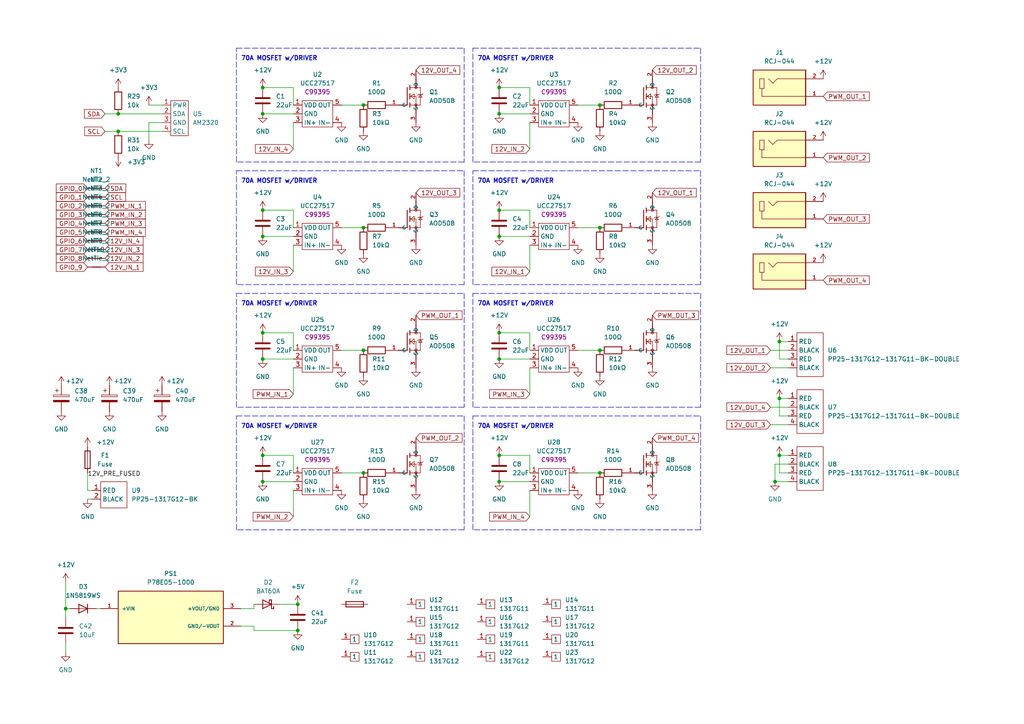
<source format=kicad_sch>
(kicad_sch (version 20211123) (generator eeschema)
  (paper "A4")
  (junction (at 105.41 137.16))
  (junction (at 86.36 175.26))
  (junction (at 76.2 96.52))
  (junction (at 144.78 68.58))
  (junction (at 173.99 30.48))
  (junction (at 76.2 60.96))
  (junction (at 105.41 66.04))
  (junction (at 34.29 33.02))
  (junction (at 76.2 104.14))
  (junction (at 34.29 38.1))
  (junction (at 224.79 139.7))
  (junction (at 226.06 115.57))
  (junction (at 144.78 96.52))
  (junction (at 86.36 182.88))
  (junction (at 76.2 33.02))
  (junction (at 76.2 68.58))
  (junction (at 76.2 132.08))
  (junction (at 19.05 176.53))
  (junction (at 144.78 104.14))
  (junction (at 144.78 60.96))
  (junction (at 226.06 132.08))
  (junction (at 76.2 25.4))
  (junction (at 173.99 137.16))
  (junction (at 226.06 99.06))
  (junction (at 173.99 66.04))
  (junction (at 105.41 30.48))
  (junction (at 144.78 33.02))
  (junction (at 173.99 101.6))
  (junction (at 144.78 132.08))
  (junction (at 76.2 139.7))
  (junction (at 144.78 139.7))
  (junction (at 105.41 101.6))
  (junction (at 144.78 25.4))
  (wire (pts (xy 76.2 139.7) (xy 85.09 139.7)))
  (polyline (pts (xy 203.2 46.99) (xy 137.16 46.99)))
  (wire (pts (xy 105.41 137.16) (xy 99.06 137.16)))
  (wire (pts (xy 20.32 176.53) (xy 19.05 176.53)))
  (wire (pts (xy 76.2 104.14) (xy 85.09 104.14)))
  (wire (pts (xy 19.05 168.91) (xy 19.05 176.53)))
  (wire (pts (xy 226.06 99.06) (xy 228.6 99.06)))
  (wire (pts (xy 173.99 30.48) (xy 167.64 30.48)))
  (wire (pts (xy 153.67 132.08) (xy 144.78 132.08)))
  (wire (pts (xy 30.48 38.1) (xy 34.29 38.1)))
  (wire (pts (xy 223.52 118.11) (xy 228.6 118.11)))
  (wire (pts (xy 76.2 68.58) (xy 85.09 68.58)))
  (polyline (pts (xy 68.58 153.67) (xy 68.58 120.65)))
  (wire (pts (xy 69.85 176.53) (xy 73.66 176.53)))
  (wire (pts (xy 224.79 139.7) (xy 228.6 139.7)))
  (wire (pts (xy 85.09 30.48) (xy 85.09 25.4)))
  (wire (pts (xy 144.78 139.7) (xy 153.67 139.7)))
  (wire (pts (xy 228.6 104.14) (xy 226.06 104.14)))
  (wire (pts (xy 43.18 30.48) (xy 46.99 30.48)))
  (polyline (pts (xy 68.58 46.99) (xy 68.58 13.97)))
  (wire (pts (xy 25.4 144.78) (xy 26.67 144.78)))
  (wire (pts (xy 27.94 176.53) (xy 29.21 176.53)))
  (wire (pts (xy 226.06 104.14) (xy 226.06 99.06)))
  (polyline (pts (xy 203.2 82.55) (xy 137.16 82.55)))
  (polyline (pts (xy 134.62 49.53) (xy 134.62 82.55)))
  (wire (pts (xy 144.78 104.14) (xy 153.67 104.14)))
  (polyline (pts (xy 203.2 49.53) (xy 203.2 82.55)))
  (wire (pts (xy 105.41 101.6) (xy 99.06 101.6)))
  (polyline (pts (xy 134.62 46.99) (xy 68.58 46.99)))
  (wire (pts (xy 85.09 35.56) (xy 85.09 43.18)))
  (wire (pts (xy 173.99 137.16) (xy 167.64 137.16)))
  (wire (pts (xy 43.18 35.56) (xy 43.18 40.64)))
  (polyline (pts (xy 137.16 85.09) (xy 203.2 85.09)))
  (polyline (pts (xy 134.62 120.65) (xy 134.62 153.67)))
  (wire (pts (xy 69.85 181.61) (xy 73.66 181.61)))
  (wire (pts (xy 85.09 101.6) (xy 85.09 96.52)))
  (wire (pts (xy 153.67 66.04) (xy 153.67 60.96)))
  (polyline (pts (xy 203.2 153.67) (xy 137.16 153.67)))
  (wire (pts (xy 223.52 106.68) (xy 228.6 106.68)))
  (wire (pts (xy 144.78 33.02) (xy 153.67 33.02)))
  (wire (pts (xy 223.52 123.19) (xy 228.6 123.19)))
  (wire (pts (xy 85.09 142.24) (xy 85.09 149.86)))
  (wire (pts (xy 223.52 101.6) (xy 228.6 101.6)))
  (wire (pts (xy 228.6 137.16) (xy 226.06 137.16)))
  (wire (pts (xy 226.06 137.16) (xy 226.06 132.08)))
  (wire (pts (xy 173.99 101.6) (xy 167.64 101.6)))
  (polyline (pts (xy 134.62 153.67) (xy 68.58 153.67)))
  (wire (pts (xy 85.09 66.04) (xy 85.09 60.96)))
  (wire (pts (xy 85.09 132.08) (xy 76.2 132.08)))
  (wire (pts (xy 226.06 115.57) (xy 228.6 115.57)))
  (polyline (pts (xy 137.16 120.65) (xy 203.2 120.65)))
  (wire (pts (xy 85.09 60.96) (xy 76.2 60.96)))
  (polyline (pts (xy 68.58 120.65) (xy 134.62 120.65)))
  (polyline (pts (xy 137.16 13.97) (xy 203.2 13.97)))
  (polyline (pts (xy 137.16 118.11) (xy 137.16 85.09)))
  (polyline (pts (xy 68.58 82.55) (xy 68.58 49.53)))
  (wire (pts (xy 85.09 137.16) (xy 85.09 132.08)))
  (wire (pts (xy 153.67 96.52) (xy 144.78 96.52)))
  (wire (pts (xy 85.09 96.52) (xy 76.2 96.52)))
  (polyline (pts (xy 203.2 120.65) (xy 203.2 153.67)))
  (wire (pts (xy 224.79 134.62) (xy 224.79 139.7)))
  (wire (pts (xy 153.67 137.16) (xy 153.67 132.08)))
  (wire (pts (xy 76.2 33.02) (xy 85.09 33.02)))
  (wire (pts (xy 226.06 120.65) (xy 226.06 115.57)))
  (polyline (pts (xy 134.62 118.11) (xy 68.58 118.11)))
  (wire (pts (xy 153.67 106.68) (xy 153.67 114.3)))
  (wire (pts (xy 34.29 38.1) (xy 46.99 38.1)))
  (polyline (pts (xy 68.58 13.97) (xy 134.62 13.97)))
  (wire (pts (xy 25.4 142.24) (xy 26.67 142.24)))
  (wire (pts (xy 19.05 186.69) (xy 19.05 189.23)))
  (polyline (pts (xy 137.16 153.67) (xy 137.16 120.65)))
  (wire (pts (xy 85.09 106.68) (xy 85.09 114.3)))
  (wire (pts (xy 19.05 176.53) (xy 19.05 179.07)))
  (wire (pts (xy 85.09 25.4) (xy 76.2 25.4)))
  (polyline (pts (xy 137.16 82.55) (xy 137.16 49.53)))
  (wire (pts (xy 105.41 66.04) (xy 99.06 66.04)))
  (wire (pts (xy 73.66 182.88) (xy 86.36 182.88)))
  (polyline (pts (xy 137.16 49.53) (xy 203.2 49.53)))
  (polyline (pts (xy 203.2 118.11) (xy 137.16 118.11)))
  (wire (pts (xy 30.48 33.02) (xy 34.29 33.02)))
  (polyline (pts (xy 68.58 49.53) (xy 134.62 49.53)))
  (wire (pts (xy 153.67 142.24) (xy 153.67 149.86)))
  (wire (pts (xy 25.4 137.16) (xy 25.4 142.24)))
  (polyline (pts (xy 68.58 85.09) (xy 134.62 85.09)))
  (wire (pts (xy 34.29 33.02) (xy 46.99 33.02)))
  (polyline (pts (xy 134.62 13.97) (xy 134.62 46.99)))
  (wire (pts (xy 73.66 181.61) (xy 73.66 182.88)))
  (wire (pts (xy 81.28 175.26) (xy 86.36 175.26)))
  (wire (pts (xy 153.67 30.48) (xy 153.67 25.4)))
  (polyline (pts (xy 203.2 85.09) (xy 203.2 118.11)))
  (wire (pts (xy 73.66 176.53) (xy 73.66 175.26)))
  (wire (pts (xy 144.78 68.58) (xy 153.67 68.58)))
  (polyline (pts (xy 134.62 85.09) (xy 134.62 118.11)))
  (wire (pts (xy 105.41 30.48) (xy 99.06 30.48)))
  (wire (pts (xy 228.6 120.65) (xy 226.06 120.65)))
  (wire (pts (xy 173.99 66.04) (xy 167.64 66.04)))
  (wire (pts (xy 228.6 134.62) (xy 224.79 134.62)))
  (wire (pts (xy 153.67 101.6) (xy 153.67 96.52)))
  (wire (pts (xy 153.67 71.12) (xy 153.67 78.74)))
  (wire (pts (xy 153.67 35.56) (xy 153.67 43.18)))
  (polyline (pts (xy 137.16 46.99) (xy 137.16 13.97)))
  (wire (pts (xy 153.67 25.4) (xy 144.78 25.4)))
  (polyline (pts (xy 134.62 82.55) (xy 68.58 82.55)))
  (wire (pts (xy 226.06 132.08) (xy 228.6 132.08)))
  (wire (pts (xy 46.99 35.56) (xy 43.18 35.56)))
  (wire (pts (xy 153.67 60.96) (xy 144.78 60.96)))
  (polyline (pts (xy 68.58 118.11) (xy 68.58 85.09)))
  (polyline (pts (xy 203.2 13.97) (xy 203.2 46.99)))
  (wire (pts (xy 85.09 71.12) (xy 85.09 78.74)))
  (text "70A MOSFET w/DRIVER" (at 69.85 53.34 0) (effects (font (size 1.27 1.27) bold) (justify left bottom)))
  (text "70A MOSFET w/DRIVER" (at 69.85 124.46 0) (effects (font (size 1.27 1.27) bold) (justify left bottom)))
  (text "70A MOSFET w/DRIVER" (at 138.43 17.78 0) (effects (font (size 1.27 1.27) bold) (justify left bottom)))
  (text "70A MOSFET w/DRIVER" (at 138.43 124.46 0) (effects (font (size 1.27 1.27) bold) (justify left bottom)))
  (text "70A MOSFET w/DRIVER" (at 69.85 17.78 0) (effects (font (size 1.27 1.27) bold) (justify left bottom)))
  (text "70A MOSFET w/DRIVER" (at 69.85 88.9 0) (effects (font (size 1.27 1.27) bold) (justify left bottom)))
  (text "70A MOSFET w/DRIVER" (at 138.43 88.9 0) (effects (font (size 1.27 1.27) bold) (justify left bottom)))
  (text "70A MOSFET w/DRIVER" (at 138.43 53.34 0) (effects (font (size 1.27 1.27) bold) (justify left bottom)))
  (label "12V_PRE_FUSED" (at 25.4 138.43 0))
  (global_label "12V_OUT_4" (shape input) (at 120.65 20.32 0) (property "Intersheet References" "${INTERSHEET_REFS}" (effects hide)))
  (global_label "PWM_IN_4" (shape input) (at 153.67 149.86 180) (property "Intersheet References" "${INTERSHEET_REFS}" (effects hide)))
  (global_label "GPIO_2" (shape input) (at 25.4 59.69 180) (property "Intersheet References" "${INTERSHEET_REFS}" (effects hide)))
  (global_label "12V_IN_3" (shape input) (at 30.48 72.39 0) (property "Intersheet References" "${INTERSHEET_REFS}" (effects hide)))
  (global_label "GPIO_3" (shape input) (at 25.4 62.23 180) (property "Intersheet References" "${INTERSHEET_REFS}" (effects hide)))
  (global_label "12V_OUT_2" (shape input) (at 223.52 106.68 180) (property "Intersheet References" "${INTERSHEET_REFS}" (effects hide)))
  (global_label "PWM_IN_3" (shape input) (at 30.48 64.77 0) (property "Intersheet References" "${INTERSHEET_REFS}" (effects hide)))
  (global_label "SCL" (shape input) (at 30.48 57.15 0) (property "Intersheet References" "${INTERSHEET_REFS}" (effects hide)))
  (global_label "12V_OUT_1" (shape input) (at 223.52 101.6 180) (property "Intersheet References" "${INTERSHEET_REFS}" (effects hide)))
  (global_label "PWM_OUT_1" (shape input) (at 120.65 91.44 0) (property "Intersheet References" "${INTERSHEET_REFS}" (effects hide)))
  (global_label "PWM_IN_3" (shape input) (at 153.67 114.3 180) (property "Intersheet References" "${INTERSHEET_REFS}" (effects hide)))
  (global_label "SCL" (shape input) (at 30.48 38.1 180) (property "Intersheet References" "${INTERSHEET_REFS}" (effects hide)))
  (global_label "12V_IN_4" (shape input) (at 30.48 69.85 0) (property "Intersheet References" "${INTERSHEET_REFS}" (effects hide)))
  (global_label "12V_OUT_3" (shape input) (at 223.52 123.19 180) (property "Intersheet References" "${INTERSHEET_REFS}" (effects hide)))
  (global_label "PWM_IN_2" (shape input) (at 85.09 149.86 180) (property "Intersheet References" "${INTERSHEET_REFS}" (effects hide)))
  (global_label "PWM_OUT_1" (shape input) (at 238.76 27.94 0) (property "Intersheet References" "${INTERSHEET_REFS}" (effects hide)))
  (global_label "GPIO_9" (shape input) (at 25.4 77.47 180) (property "Intersheet References" "${INTERSHEET_REFS}" (effects hide)))
  (global_label "GPIO_6" (shape input) (at 25.4 69.85 180) (property "Intersheet References" "${INTERSHEET_REFS}" (effects hide)))
  (global_label "SDA" (shape input) (at 30.48 33.02 180) (property "Intersheet References" "${INTERSHEET_REFS}" (effects hide)))
  (global_label "12V_OUT_1" (shape input) (at 189.23 55.88 0) (property "Intersheet References" "${INTERSHEET_REFS}" (effects hide)))
  (global_label "12V_OUT_3" (shape input) (at 120.65 55.88 0) (property "Intersheet References" "${INTERSHEET_REFS}" (effects hide)))
  (global_label "GPIO_4" (shape input) (at 25.4 64.77 180) (property "Intersheet References" "${INTERSHEET_REFS}" (effects hide)))
  (global_label "12V_IN_1" (shape input) (at 153.67 78.74 180) (property "Intersheet References" "${INTERSHEET_REFS}" (effects hide)))
  (global_label "PWM_OUT_4" (shape input) (at 238.76 81.28 0) (property "Intersheet References" "${INTERSHEET_REFS}" (effects hide)))
  (global_label "12V_IN_2" (shape input) (at 153.67 43.18 180) (property "Intersheet References" "${INTERSHEET_REFS}" (effects hide)))
  (global_label "PWM_IN_4" (shape input) (at 30.48 67.31 0) (property "Intersheet References" "${INTERSHEET_REFS}" (effects hide)))
  (global_label "12V_OUT_4" (shape input) (at 223.52 118.11 180) (property "Intersheet References" "${INTERSHEET_REFS}" (effects hide)))
  (global_label "12V_IN_3" (shape input) (at 85.09 78.74 180) (property "Intersheet References" "${INTERSHEET_REFS}" (effects hide)))
  (global_label "GPIO_1" (shape input) (at 25.4 57.15 180) (property "Intersheet References" "${INTERSHEET_REFS}" (effects hide)))
  (global_label "PWM_IN_1" (shape input) (at 85.09 114.3 180) (property "Intersheet References" "${INTERSHEET_REFS}" (effects hide)))
  (global_label "GPIO_5" (shape input) (at 25.4 67.31 180) (property "Intersheet References" "${INTERSHEET_REFS}" (effects hide)))
  (global_label "GPIO_7" (shape input) (at 25.4 72.39 180) (property "Intersheet References" "${INTERSHEET_REFS}" (effects hide)))
  (global_label "12V_IN_2" (shape input) (at 30.48 74.93 0) (property "Intersheet References" "${INTERSHEET_REFS}" (effects hide)))
  (global_label "GPIO_8" (shape input) (at 25.4 74.93 180) (property "Intersheet References" "${INTERSHEET_REFS}" (effects hide)))
  (global_label "GPIO_0" (shape input) (at 25.4 54.61 180) (property "Intersheet References" "${INTERSHEET_REFS}" (effects hide)))
  (global_label "PWM_IN_1" (shape input) (at 30.48 59.69 0) (property "Intersheet References" "${INTERSHEET_REFS}" (effects hide)))
  (global_label "PWM_IN_2" (shape input) (at 30.48 62.23 0) (property "Intersheet References" "${INTERSHEET_REFS}" (effects hide)))
  (global_label "PWM_OUT_3" (shape input) (at 189.23 91.44 0) (property "Intersheet References" "${INTERSHEET_REFS}" (effects hide)))
  (global_label "PWM_OUT_3" (shape input) (at 238.76 63.5 0) (property "Intersheet References" "${INTERSHEET_REFS}" (effects hide)))
  (global_label "12V_IN_4" (shape input) (at 85.09 43.18 180) (property "Intersheet References" "${INTERSHEET_REFS}" (effects hide)))
  (global_label "PWM_OUT_2" (shape input) (at 238.76 45.72 0) (property "Intersheet References" "${INTERSHEET_REFS}" (effects hide)))
  (global_label "SDA" (shape input) (at 30.48 54.61 0) (property "Intersheet References" "${INTERSHEET_REFS}" (effects hide)))
  (global_label "PWM_OUT_4" (shape input) (at 189.23 127 0) (property "Intersheet References" "${INTERSHEET_REFS}" (effects hide)))
  (global_label "12V_OUT_2" (shape input) (at 189.23 20.32 0) (property "Intersheet References" "${INTERSHEET_REFS}" (effects hide)))
  (global_label "12V_IN_1" (shape input) (at 30.48 77.47 0) (property "Intersheet References" "${INTERSHEET_REFS}" (effects hide)))
  (global_label "PWM_OUT_2" (shape input) (at 120.65 127 0) (property "Intersheet References" "${INTERSHEET_REFS}" (effects hide)))
  (symbol (lib_id "power:GND") (at 189.23 142.24 0) (unit 1)
    (property "Reference" "#PWR0147" (effects hide))
    (property "Value" "GND" (at 189.23 147.32 0))
  )
  (symbol (lib_id "01-rickbassham:UCC27517") (at 156.21 60.96 0) (unit 1)
    (property "Reference" "U24" (at 160.655 57.15 0))
    (property "Value" "UCC27517" (at 160.655 59.69 0))
    (property "Footprint" "Package_TO_SOT_SMD:SOT-23-5" (effects hide))
    (property "LCSC" "C99395" (at 160.655 62.23 0))
  )
  (symbol (lib_id "Device:R") (at 177.8 66.04 90) (unit 1)
    (property "Reference" "R6" (at 177.8 59.69 90))
    (property "Value" "100Ω" (at 177.8 62.23 90))
    (property "Footprint" "Resistor_SMD:R_0603_1608Metric" (effects hide))
    (property "LCSC" "C105588" (effects hide))
  )
  (symbol (lib_id "power:GND") (at 31.75 119.38 0) (unit 1)
    (property "Reference" "#PWR074" (effects hide))
    (property "Value" "GND" (at 31.75 124.46 0))
  )
  (symbol (lib_name "1317G12_1") (lib_id "01-rickbassham:1317G12") (at 99.06 186.69 0) (unit 1) (on_board no)
    (property "Reference" "U11" (at 105.41 189.2299 0) (effects (justify left)))
    (property "Value" "1317G12" (at 105.41 191.7699 0) (effects (justify left)))
    (property "Datasheet" "https://www.mouser.com/datasheet/2/22/DS_PP1545-1664114.pdf" (effects hide))
    (property "Mouser Part" "879-1317G12-BK" (effects hide))
    (property "Manufacturer Part" "1317G12-BK" (effects hide))
    (property "PurchaseLink" "https://www.mouser.com/ProductDetail/879-1317G12-BK" (effects hide))
  )
  (symbol (lib_id "Device:C") (at 144.78 29.21 0) (unit 1)
    (property "Reference" "C2" (at 148.59 27.9399 0) (effects (justify left)))
    (property "Value" "22uF" (at 148.59 30.4799 0) (effects (justify left)))
    (property "Footprint" "Capacitor_SMD:C_0603_1608Metric" (effects hide))
    (property "LCSC" "C268016" (effects hide))
  )
  (symbol (lib_id "01-rickbassham:NCE6080K") (at 118.11 63.5 0) (unit 1)
    (property "Reference" "Q3" (at 124.46 62.2299 0) (effects (justify left)))
    (property "Value" "AOD508" (at 124.46 64.7699 0) (effects (justify left)))
    (property "Footprint" "Package_TO_SOT_SMD:TO-252-2" (effects hide))
    (property "LCSC" "C80964" (effects hide))
  )
  (symbol (lib_id "power:GND") (at 105.41 109.22 0) (unit 1)
    (property "Reference" "#PWR0130" (effects hide))
    (property "Value" "GND" (at 105.41 114.3 0))
  )
  (symbol (lib_id "power:+5V") (at 86.36 175.26 0) (unit 1)
    (property "Reference" "#PWR0107" (effects hide))
    (property "Value" "+5V" (at 86.36 170.18 0))
  )
  (symbol (lib_id "power:+12V") (at 238.76 22.86 0) (unit 1)
    (property "Reference" "#PWR0141" (effects hide))
    (property "Value" "+12V" (at 238.76 17.78 0))
  )
  (symbol (lib_id "power:GND") (at 19.05 189.23 0) (unit 1)
    (property "Reference" "#PWR0104" (effects hide))
    (property "Value" "GND" (at 19.05 194.31 0))
  )
  (symbol (lib_name "1317G12_3") (lib_id "01-rickbassham:1317G12") (at 157.48 186.69 0) (unit 1) (on_board no)
    (property "Reference" "U23" (at 163.83 189.2299 0) (effects (justify left)))
    (property "Value" "1317G12" (at 163.83 191.7699 0) (effects (justify left)))
    (property "Datasheet" "https://www.mouser.com/datasheet/2/22/DS_PP1545-1664114.pdf" (effects hide))
    (property "Mouser Part" "879-1317G12-BK" (effects hide))
    (property "Manufacturer Part" "1317G12-BK" (effects hide))
    (property "PurchaseLink" "https://www.mouser.com/ProductDetail/879-1317G12-BK" (effects hide))
  )
  (symbol (lib_id "power:GND") (at 167.64 142.24 0) (unit 1)
    (property "Reference" "#PWR0121" (effects hide))
    (property "Value" "GND" (at 167.64 147.32 0))
  )
  (symbol (lib_id "Device:Fuse") (at 102.87 175.26 90) (unit 1) (on_board no)
    (property "Reference" "F2" (at 102.87 168.91 90))
    (property "Value" "Fuse" (at 102.87 171.45 90))
    (property "Datasheet" "https://www.littelfuse.com/~/media/automotive/datasheets/fuses/passenger-car-and-commercial-vehicle/blade-fuses/littelfuse_atof_datasheet.pdf" (effects hide))
    (property "DigiKey Part" "F4200-ND" (effects hide))
    (property "Manufacturer Part" "0287015.PXCN" (effects hide))
    (property "PurchaseLink" "https://www.digikey.com/en/products/detail/littelfuse-inc/0287015-PXCN/2519816" (effects hide))
  )
  (symbol (lib_id "power:GND") (at 173.99 144.78 0) (unit 1)
    (property "Reference" "#PWR0148" (effects hide))
    (property "Value" "GND" (at 173.99 149.86 0))
  )
  (symbol (lib_id "power:GND") (at 76.2 68.58 0) (unit 1)
    (property "Reference" "#PWR0118" (effects hide))
    (property "Value" "GND" (at 76.2 73.66 0))
  )
  (symbol (lib_id "Device:NetTie_2") (at 27.94 62.23 0) (unit 1)
    (property "Reference" "NT4" (at 27.94 57.15 0))
    (property "Value" "NetTie_2" (at 27.94 59.69 0))
    (property "Footprint" "NetTie:NetTie-2_SMD_Pad0.5mm" (effects hide))
  )
  (symbol (lib_id "w5100s-evb-pico:RCJ-044") (at 226.06 25.4 0) (unit 1)
    (property "Reference" "J1" (at 226.06 15.24 0))
    (property "Value" "RCJ-044" (at 226.06 17.78 0))
    (property "Footprint" "01-rickbassham:CUI_RCJ-044" (effects hide))
    (property "Datasheet" "https://www.cuidevices.com/product/resource/rcj-04x.pdf" (effects hide))
    (property "DigiKey Part" "CP-1421-ND" (effects hide))
    (property "Manufacturer Part" "RCJ-044" (effects hide))
    (property "PurchaseLink" "https://www.digikey.com/en/products/detail/cui-devices/RCJ-044/408508" (effects hide))
  )
  (symbol (lib_id "power:+12V") (at 17.78 111.76 0) (unit 1)
    (property "Reference" "#PWR070" (effects hide))
    (property "Value" "+12V" (at 21.59 110.49 0))
  )
  (symbol (lib_name "1317G12_5") (lib_id "01-rickbassham:1317G12") (at 138.43 176.53 0) (unit 1) (on_board no)
    (property "Reference" "U16" (at 144.78 179.0699 0) (effects (justify left)))
    (property "Value" "1317G12" (at 144.78 181.6099 0) (effects (justify left)))
    (property "Datasheet" "https://www.mouser.com/datasheet/2/22/DS_PP1545-1664114.pdf" (effects hide))
    (property "Mouser Part" "879-1317G12-BK" (effects hide))
    (property "Manufacturer Part" "1317G12-BK" (effects hide))
    (property "PurchaseLink" "https://www.mouser.com/ProductDetail/879-1317G12-BK" (effects hide))
  )
  (symbol (lib_id "Device:R") (at 109.22 137.16 90) (unit 1)
    (property "Reference" "R13" (at 109.22 130.81 90))
    (property "Value" "100Ω" (at 109.22 133.35 90))
    (property "Footprint" "Resistor_SMD:R_0603_1608Metric" (effects hide))
    (property "LCSC" "C105588" (effects hide))
  )
  (symbol (lib_id "Device:R") (at 177.8 137.16 90) (unit 1)
    (property "Reference" "R14" (at 177.8 130.81 90))
    (property "Value" "100Ω" (at 177.8 133.35 90))
    (property "Footprint" "Resistor_SMD:R_0603_1608Metric" (effects hide))
    (property "LCSC" "C105588" (effects hide))
  )
  (symbol (lib_id "01-rickbassham:UCC27517") (at 156.21 96.52 0) (unit 1)
    (property "Reference" "U26" (at 160.655 92.71 0))
    (property "Value" "UCC27517" (at 160.655 95.25 0))
    (property "Footprint" "Package_TO_SOT_SMD:SOT-23-5" (effects hide))
    (property "LCSC" "C99395" (at 160.655 97.79 0))
  )
  (symbol (lib_id "w5100s-evb-pico:RCJ-044") (at 226.06 43.18 0) (unit 1)
    (property "Reference" "J2" (at 226.06 33.02 0))
    (property "Value" "RCJ-044" (at 226.06 35.56 0))
    (property "Footprint" "01-rickbassham:CUI_RCJ-044" (effects hide))
    (property "Datasheet" "https://www.cuidevices.com/product/resource/rcj-04x.pdf" (effects hide))
    (property "DigiKey Part" "CP-1421-ND" (effects hide))
    (property "Manufacturer Part" "RCJ-044" (effects hide))
    (property "PurchaseLink" "https://www.digikey.com/en/products/detail/cui-devices/RCJ-044/408508" (effects hide))
  )
  (symbol (lib_id "power:GND") (at 173.99 38.1 0) (unit 1)
    (property "Reference" "#PWR0154" (effects hide))
    (property "Value" "GND" (at 173.99 43.18 0))
  )
  (symbol (lib_id "Device:C") (at 76.2 135.89 0) (unit 1)
    (property "Reference" "C7" (at 80.01 134.6199 0) (effects (justify left)))
    (property "Value" "22uF" (at 80.01 137.1599 0) (effects (justify left)))
    (property "Footprint" "Capacitor_SMD:C_0603_1608Metric" (effects hide))
    (property "LCSC" "C268016" (effects hide))
  )
  (symbol (lib_name "1317G11_2") (lib_id "01-rickbassham:1317G11") (at 157.48 171.45 0) (unit 1) (on_board no)
    (property "Reference" "U14" (at 163.83 173.9899 0) (effects (justify left)))
    (property "Value" "1317G11" (at 163.83 176.5299 0) (effects (justify left)))
    (property "Datasheet" "https://www.mouser.com/datasheet/2/22/DS_PP1545-1664114.pdf" (effects hide))
    (property "Mouser Part" "879-1317G11-BK" (effects hide))
    (property "Manufacturer Part" "1317G11-BK" (effects hide))
    (property "PurchaseLink" "https://www.mouser.com/ProductDetail/879-1317G11-BK" (effects hide))
  )
  (symbol (lib_id "Device:NetTie_2") (at 27.94 67.31 0) (unit 1)
    (property "Reference" "NT6" (at 27.94 62.23 0))
    (property "Value" "NetTie_2" (at 27.94 64.77 0))
    (property "Footprint" "NetTie:NetTie-2_SMD_Pad0.5mm" (effects hide))
  )
  (symbol (lib_id "Device:R") (at 177.8 101.6 90) (unit 1)
    (property "Reference" "R10" (at 177.8 95.25 90))
    (property "Value" "100Ω" (at 177.8 97.79 90))
    (property "Footprint" "Resistor_SMD:R_0603_1608Metric" (effects hide))
    (property "LCSC" "C105588" (effects hide))
  )
  (symbol (lib_id "Device:C") (at 144.78 135.89 0) (unit 1)
    (property "Reference" "C8" (at 148.59 134.6199 0) (effects (justify left)))
    (property "Value" "22uF" (at 148.59 137.1599 0) (effects (justify left)))
    (property "Footprint" "Capacitor_SMD:C_0603_1608Metric" (effects hide))
    (property "LCSC" "C268016" (effects hide))
  )
  (symbol (lib_id "power:GND") (at 105.41 73.66 0) (unit 1)
    (property "Reference" "#PWR0115" (effects hide))
    (property "Value" "GND" (at 105.41 78.74 0))
  )
  (symbol (lib_id "power:GND") (at 167.64 71.12 0) (unit 1)
    (property "Reference" "#PWR0144" (effects hide))
    (property "Value" "GND" (at 167.64 76.2 0))
  )
  (symbol (lib_id "Device:R") (at 109.22 30.48 90) (unit 1)
    (property "Reference" "R1" (at 109.22 24.13 90))
    (property "Value" "100Ω" (at 109.22 26.67 90))
    (property "Footprint" "Resistor_SMD:R_0603_1608Metric" (effects hide))
    (property "LCSC" "C105588" (effects hide))
  )
  (symbol (lib_id "power:+12V") (at 226.06 99.06 0) (unit 1)
    (property "Reference" "#PWR076" (effects hide))
    (property "Value" "+12V" (at 226.06 93.98 0))
  )
  (symbol (lib_id "01-rickbassham:UCC27517") (at 87.63 25.4 0) (unit 1)
    (property "Reference" "U2" (at 92.075 21.59 0))
    (property "Value" "UCC27517" (at 92.075 24.13 0))
    (property "Footprint" "Package_TO_SOT_SMD:SOT-23-5" (effects hide))
    (property "LCSC" "C99395" (at 92.075 26.67 0))
  )
  (symbol (lib_name "1317G11_6") (lib_id "01-rickbassham:1317G11") (at 118.11 171.45 0) (unit 1) (on_board no)
    (property "Reference" "U12" (at 124.46 173.9899 0) (effects (justify left)))
    (property "Value" "1317G11" (at 124.46 176.5299 0) (effects (justify left)))
    (property "Datasheet" "https://www.mouser.com/datasheet/2/22/DS_PP1545-1664114.pdf" (effects hide))
    (property "Mouser Part" "879-1317G11-BK" (effects hide))
    (property "Manufacturer Part" "1317G11-BK" (effects hide))
    (property "PurchaseLink" "https://www.mouser.com/ProductDetail/879-1317G11-BK" (effects hide))
  )
  (symbol (lib_id "Device:C") (at 76.2 29.21 0) (unit 1)
    (property "Reference" "C1" (at 80.01 27.9399 0) (effects (justify left)))
    (property "Value" "22uF" (at 80.01 30.4799 0) (effects (justify left)))
    (property "Footprint" "Capacitor_SMD:C_0603_1608Metric" (effects hide))
    (property "LCSC" "C268016" (effects hide))
  )
  (symbol (lib_id "Device:R") (at 105.41 34.29 180) (unit 1)
    (property "Reference" "R3" (at 107.95 33.0199 0) (effects (justify right)))
    (property "Value" "10kΩ" (at 107.95 35.5599 0) (effects (justify right)))
    (property "Footprint" "Resistor_SMD:R_0603_1608Metric" (effects hide))
    (property "LCSC" "C116677" (effects hide))
  )
  (symbol (lib_id "power:+12V") (at 144.78 132.08 0) (unit 1)
    (property "Reference" "#PWR0124" (effects hide))
    (property "Value" "+12V" (at 144.78 127 0))
  )
  (symbol (lib_id "Device:R") (at 173.99 105.41 180) (unit 1)
    (property "Reference" "R12" (at 176.53 104.1399 0) (effects (justify right)))
    (property "Value" "10kΩ" (at 176.53 106.6799 0) (effects (justify right)))
    (property "Footprint" "Resistor_SMD:R_0603_1608Metric" (effects hide))
    (property "LCSC" "C116677" (effects hide))
  )
  (symbol (lib_id "Device:C") (at 144.78 100.33 0) (unit 1)
    (property "Reference" "C6" (at 148.59 99.0599 0) (effects (justify left)))
    (property "Value" "22uF" (at 148.59 101.5999 0) (effects (justify left)))
    (property "Footprint" "Capacitor_SMD:C_0603_1608Metric" (effects hide))
    (property "LCSC" "C268016" (effects hide))
  )
  (symbol (lib_id "Device:NetTie_2") (at 27.94 77.47 0) (unit 1)
    (property "Reference" "NT10" (at 27.94 72.39 0))
    (property "Value" "NetTie_2" (at 27.94 74.93 0))
    (property "Footprint" "NetTie:NetTie-2_SMD_Pad0.5mm" (effects hide))
  )
  (symbol (lib_id "power:GND") (at 173.99 73.66 0) (unit 1)
    (property "Reference" "#PWR0143" (effects hide))
    (property "Value" "GND" (at 173.99 78.74 0))
  )
  (symbol (lib_id "power:GND") (at 120.65 35.56 0) (unit 1)
    (property "Reference" "#PWR0133" (effects hide))
    (property "Value" "GND" (at 120.65 40.64 0))
  )
  (symbol (lib_id "Device:R") (at 177.8 30.48 90) (unit 1)
    (property "Reference" "R2" (at 177.8 24.13 90))
    (property "Value" "100Ω" (at 177.8 26.67 90))
    (property "Footprint" "Resistor_SMD:R_0603_1608Metric" (effects hide))
    (property "LCSC" "C105588" (effects hide))
  )
  (symbol (lib_id "power:+12V") (at 25.4 129.54 0) (unit 1)
    (property "Reference" "#PWR084" (effects hide))
    (property "Value" "+12V" (at 27.94 128.2699 0) (effects (justify left)))
  )
  (symbol (lib_name "1317G12_2") (lib_id "01-rickbassham:1317G12") (at 157.48 176.53 0) (unit 1) (on_board no)
    (property "Reference" "U17" (at 163.83 179.0699 0) (effects (justify left)))
    (property "Value" "1317G12" (at 163.83 181.6099 0) (effects (justify left)))
    (property "Datasheet" "https://www.mouser.com/datasheet/2/22/DS_PP1545-1664114.pdf" (effects hide))
    (property "Mouser Part" "879-1317G12-BK" (effects hide))
    (property "Manufacturer Part" "1317G12-BK" (effects hide))
    (property "PurchaseLink" "https://www.mouser.com/ProductDetail/879-1317G12-BK" (effects hide))
  )
  (symbol (lib_id "01-rickbassham:UCC27517") (at 156.21 132.08 0) (unit 1)
    (property "Reference" "U28" (at 160.655 128.27 0))
    (property "Value" "UCC27517" (at 160.655 130.81 0))
    (property "Footprint" "Package_TO_SOT_SMD:SOT-23-5" (effects hide))
    (property "LCSC" "C99395" (at 160.655 133.35 0))
  )
  (symbol (lib_id "Device:C_Polarized") (at 31.75 115.57 0) (unit 1)
    (property "Reference" "C39" (at 35.56 113.4109 0) (effects (justify left)))
    (property "Value" "470uF" (at 35.56 115.9509 0) (effects (justify left)))
    (property "Footprint" "Capacitor_SMD:CP_Elec_6.3x7.7" (effects hide))
    (property "DigiKey Part" "732-8831-1-ND" (effects hide))
    (property "Manufacturer Part" "860020474014" (effects hide))
    (property "PurchaseLink" "https://www.digikey.com/en/products/detail/w%C3%BCrth-elektronik/860020474014/5727068" (effects hide))
    (property "LCSC" "C114446" (effects hide))
  )
  (symbol (lib_id "power:GND") (at 99.06 71.12 0) (unit 1)
    (property "Reference" "#PWR0116" (effects hide))
    (property "Value" "GND" (at 99.06 76.2 0))
  )
  (symbol (lib_id "power:+3.3V") (at 34.29 25.4 0) (unit 1)
    (property "Reference" "#PWR0101" (effects hide))
    (property "Value" "+3.3V" (at 34.29 20.32 0))
  )
  (symbol (lib_id "power:GND") (at 144.78 139.7 0) (unit 1)
    (property "Reference" "#PWR0122" (effects hide))
    (property "Value" "GND" (at 144.78 144.78 0))
  )
  (symbol (lib_id "Device:C") (at 19.05 182.88 0) (unit 1)
    (property "Reference" "C42" (at 22.86 181.6099 0) (effects (justify left)))
    (property "Value" "10uF" (at 22.86 184.1499 0) (effects (justify left)))
    (property "Footprint" "Capacitor_SMD:C_0603_1608Metric" (effects hide))
    (property "DigiKey Part" "445-173297-1-ND" (effects hide))
    (property "Manufacturer Part" "FG20X7R1H106KRT06" (effects hide))
    (property "PurchaseLink" "https://www.digikey.com/en/products/detail/tdk-corporation/FG20X7R1H106KRT06/5802911" (effects hide))
    (property "LCSC" "C96446" (effects hide))
  )
  (symbol (lib_id "01-rickbassham:1317G11") (at 118.11 181.61 0) (unit 1) (on_board no)
    (property "Reference" "U18" (at 124.46 184.1499 0) (effects (justify left)))
    (property "Value" "1317G11" (at 124.46 186.6899 0) (effects (justify left)))
    (property "Datasheet" "https://www.mouser.com/datasheet/2/22/DS_PP1545-1664114.pdf" (effects hide))
    (property "Mouser Part" "879-1317G11-BK" (effects hide))
    (property "Manufacturer Part" "1317G11-BK" (effects hide))
    (property "PurchaseLink" "https://www.mouser.com/ProductDetail/879-1317G11-BK" (effects hide))
  )
  (symbol (lib_id "power:GND") (at 189.23 106.68 0) (unit 1)
    (property "Reference" "#PWR0149" (effects hide))
    (property "Value" "GND" (at 189.23 111.76 0))
  )
  (symbol (lib_id "Device:NetTie_2") (at 27.94 54.61 0) (unit 1)
    (property "Reference" "NT1" (at 27.94 49.53 0))
    (property "Value" "NetTie_2" (at 27.94 52.07 0))
    (property "Footprint" "NetTie:NetTie-2_SMD_Pad0.5mm" (effects hide))
  )
  (symbol (lib_id "Device:R") (at 173.99 140.97 180) (unit 1)
    (property "Reference" "R16" (at 176.53 139.6999 0) (effects (justify right)))
    (property "Value" "10kΩ" (at 176.53 142.2399 0) (effects (justify right)))
    (property "Footprint" "Resistor_SMD:R_0603_1608Metric" (effects hide))
    (property "LCSC" "C116677" (effects hide))
  )
  (symbol (lib_id "power:GND") (at 25.4 144.78 0) (unit 1)
    (property "Reference" "#PWR088" (effects hide))
    (property "Value" "GND" (at 25.4 149.86 0))
  )
  (symbol (lib_id "power:GND") (at 76.2 104.14 0) (unit 1)
    (property "Reference" "#PWR0117" (effects hide))
    (property "Value" "GND" (at 76.2 109.22 0))
  )
  (symbol (lib_id "01-rickbassham:PP25-1317G12-BK") (at 31.75 138.43 0) (unit 1) (in_bom no)
    (property "Reference" "U9" (at 38.1 142.2399 0) (effects (justify left)))
    (property "Value" "PP25-1317G12-BK" (at 38.1 144.7799 0) (effects (justify left)))
    (property "Footprint" "01-rickbassham:PP25-1317G12-BK" (effects hide))
  )
  (symbol (lib_id "power:+12V") (at 76.2 25.4 0) (unit 1)
    (property "Reference" "#PWR0134" (effects hide))
    (property "Value" "+12V" (at 76.2 20.32 0))
  )
  (symbol (lib_id "power:GND") (at 76.2 33.02 0) (unit 1)
    (property "Reference" "#PWR0137" (effects hide))
    (property "Value" "GND" (at 76.2 38.1 0))
  )
  (symbol (lib_id "w5100s-evb-pico:RCJ-044") (at 226.06 60.96 0) (unit 1)
    (property "Reference" "J3" (at 226.06 50.8 0))
    (property "Value" "RCJ-044" (at 226.06 53.34 0))
    (property "Footprint" "01-rickbassham:CUI_RCJ-044" (effects hide))
    (property "Datasheet" "https://www.cuidevices.com/product/resource/rcj-04x.pdf" (effects hide))
    (property "DigiKey Part" "CP-1421-ND" (effects hide))
    (property "Manufacturer Part" "RCJ-044" (effects hide))
    (property "PurchaseLink" "https://www.digikey.com/en/products/detail/cui-devices/RCJ-044/408508" (effects hide))
  )
  (symbol (lib_id "power:GND") (at 120.65 142.24 0) (unit 1)
    (property "Reference" "#PWR0123" (effects hide))
    (property "Value" "GND" (at 120.65 147.32 0))
  )
  (symbol (lib_id "power:GND") (at 105.41 144.78 0) (unit 1)
    (property "Reference" "#PWR0113" (effects hide))
    (property "Value" "GND" (at 105.41 149.86 0))
  )
  (symbol (lib_id "power:GND") (at 167.64 106.68 0) (unit 1)
    (property "Reference" "#PWR0127" (effects hide))
    (property "Value" "GND" (at 167.64 111.76 0))
  )
  (symbol (lib_id "Device:D_Schottky") (at 77.47 175.26 180) (unit 1)
    (property "Reference" "D2" (at 77.7875 168.91 0))
    (property "Value" "BAT60A" (at 77.7875 171.45 0))
    (property "Footprint" "Diode_SMD:D_SOD-323" (effects hide))
    (property "Manufacturer PN" "BAT60AE6327HTSA1" (effects hide))
    (property "LCSC" "C520634" (effects hide))
  )
  (symbol (lib_id "01-rickbassham:PP25-1317G12-1317G11-BK-DOUBLE") (at 233.68 95.25 0) (unit 1) (in_bom no)
    (property "Reference" "U6" (at 240.03 101.5999 0) (effects (justify left)))
    (property "Value" "PP25-1317G12-1317G11-BK-DOUBLE" (at 240.03 104.1399 0) (effects (justify left)))
    (property "Footprint" "01-rickbassham:PP25-1317G12-1317G11-BK-DOUBLE" (effects hide))
  )
  (symbol (lib_id "01-rickbassham:UCC27517") (at 87.63 60.96 0) (unit 1)
    (property "Reference" "U4" (at 92.075 57.15 0))
    (property "Value" "UCC27517" (at 92.075 59.69 0))
    (property "Footprint" "Package_TO_SOT_SMD:SOT-23-5" (effects hide))
    (property "LCSC" "C99395" (at 92.075 62.23 0))
  )
  (symbol (lib_id "power:GND") (at 144.78 33.02 0) (unit 1)
    (property "Reference" "#PWR0152" (effects hide))
    (property "Value" "GND" (at 144.78 38.1 0))
  )
  (symbol (lib_id "Device:R") (at 105.41 140.97 180) (unit 1)
    (property "Reference" "R15" (at 107.95 139.6999 0) (effects (justify right)))
    (property "Value" "10kΩ" (at 107.95 142.2399 0) (effects (justify right)))
    (property "Footprint" "Resistor_SMD:R_0603_1608Metric" (effects hide))
    (property "LCSC" "C116677" (effects hide))
  )
  (symbol (lib_id "power:GND") (at 99.06 142.24 0) (unit 1)
    (property "Reference" "#PWR0114" (effects hide))
    (property "Value" "GND" (at 99.06 147.32 0))
  )
  (symbol (lib_id "01-rickbassham:NCE6080K") (at 118.11 99.06 0) (unit 1)
    (property "Reference" "Q5" (at 124.46 97.7899 0) (effects (justify left)))
    (property "Value" "AOD508" (at 124.46 100.3299 0) (effects (justify left)))
    (property "Footprint" "Package_TO_SOT_SMD:TO-252-2" (effects hide))
    (property "LCSC" "C80964" (effects hide))
  )
  (symbol (lib_id "Device:C") (at 76.2 64.77 0) (unit 1)
    (property "Reference" "C3" (at 80.01 63.4999 0) (effects (justify left)))
    (property "Value" "22uF" (at 80.01 66.0399 0) (effects (justify left)))
    (property "Footprint" "Capacitor_SMD:C_0603_1608Metric" (effects hide))
    (property "LCSC" "C268016" (effects hide))
  )
  (symbol (lib_id "Device:R") (at 105.41 105.41 180) (unit 1)
    (property "Reference" "R11" (at 107.95 104.1399 0) (effects (justify right)))
    (property "Value" "10kΩ" (at 107.95 106.6799 0) (effects (justify right)))
    (property "Footprint" "Resistor_SMD:R_0603_1608Metric" (effects hide))
    (property "LCSC" "C116677" (effects hide))
  )
  (symbol (lib_id "power:GND") (at 120.65 106.68 0) (unit 1)
    (property "Reference" "#PWR0126" (effects hide))
    (property "Value" "GND" (at 120.65 111.76 0))
  )
  (symbol (lib_id "power:+12V") (at 31.75 111.76 0) (unit 1)
    (property "Reference" "#PWR071" (effects hide))
    (property "Value" "+12V" (at 35.56 110.49 0))
  )
  (symbol (lib_id "Device:R") (at 173.99 34.29 180) (unit 1)
    (property "Reference" "R4" (at 176.53 33.0199 0) (effects (justify right)))
    (property "Value" "10kΩ" (at 176.53 35.5599 0) (effects (justify right)))
    (property "Footprint" "Resistor_SMD:R_0603_1608Metric" (effects hide))
    (property "LCSC" "C116677" (effects hide))
  )
  (symbol (lib_id "power:GND") (at 43.18 40.64 0) (unit 1)
    (property "Reference" "#PWR060" (effects hide))
    (property "Value" "GND" (at 43.18 45.72 0))
  )
  (symbol (lib_id "power:GND") (at 173.99 109.22 0) (unit 1)
    (property "Reference" "#PWR0150" (effects hide))
    (property "Value" "GND" (at 173.99 114.3 0))
  )
  (symbol (lib_id "power:+12V") (at 144.78 60.96 0) (unit 1)
    (property "Reference" "#PWR0142" (effects hide))
    (property "Value" "+12V" (at 144.78 55.88 0))
  )
  (symbol (lib_id "01-rickbassham:NCE6080K") (at 118.11 134.62 0) (unit 1)
    (property "Reference" "Q7" (at 124.46 133.3499 0) (effects (justify left)))
    (property "Value" "AOD508" (at 124.46 135.8899 0) (effects (justify left)))
    (property "Footprint" "Package_TO_SOT_SMD:TO-252-2" (effects hide))
    (property "LCSC" "C80964" (effects hide))
  )
  (symbol (lib_id "power:+12V") (at 19.05 168.91 0) (unit 1)
    (property "Reference" "#PWR0105" (effects hide))
    (property "Value" "+12V" (at 19.05 163.83 0))
  )
  (symbol (lib_id "power:+12V") (at 226.06 132.08 0) (unit 1)
    (property "Reference" "#PWR082" (effects hide))
    (property "Value" "+12V" (at 226.06 127 0))
  )
  (symbol (lib_id "01-rickbassham:NCE6080K") (at 186.69 63.5 0) (unit 1)
    (property "Reference" "Q4" (at 193.04 62.2299 0) (effects (justify left)))
    (property "Value" "AOD508" (at 193.04 64.7699 0) (effects (justify left)))
    (property "Footprint" "Package_TO_SOT_SMD:TO-252-2" (effects hide))
    (property "LCSC" "C80964" (effects hide))
  )
  (symbol (lib_name "+3.3V_1") (lib_id "power:+3.3V") (at 34.29 45.72 180) (unit 1)
    (property "Reference" "#PWR0102" (effects hide))
    (property "Value" "+3.3V" (at 36.83 46.9899 0) (effects (justify right)))
  )
  (symbol (lib_id "power:GND") (at 189.23 35.56 0) (unit 1)
    (property "Reference" "#PWR0151" (effects hide))
    (property "Value" "GND" (at 189.23 40.64 0))
  )
  (symbol (lib_id "power:+12V") (at 144.78 96.52 0) (unit 1)
    (property "Reference" "#PWR0129" (effects hide))
    (property "Value" "+12V" (at 144.78 91.44 0))
  )
  (symbol (lib_id "01-rickbassham:NCE6080K") (at 186.69 99.06 0) (unit 1)
    (property "Reference" "Q6" (at 193.04 97.7899 0) (effects (justify left)))
    (property "Value" "AOD508" (at 193.04 100.3299 0) (effects (justify left)))
    (property "Footprint" "Package_TO_SOT_SMD:TO-252-2" (effects hide))
    (property "LCSC" "C80964" (effects hide))
  )
  (symbol (lib_id "01-rickbassham:UCC27517") (at 87.63 132.08 0) (unit 1)
    (property "Reference" "U27" (at 92.075 128.27 0))
    (property "Value" "UCC27517" (at 92.075 130.81 0))
    (property "Footprint" "Package_TO_SOT_SMD:SOT-23-5" (effects hide))
    (property "LCSC" "C99395" (at 92.075 133.35 0))
  )
  (symbol (lib_id "01-rickbassham:UCC27517") (at 156.21 25.4 0) (unit 1)
    (property "Reference" "U3" (at 160.655 21.59 0))
    (property "Value" "UCC27517" (at 160.655 24.13 0))
    (property "Footprint" "Package_TO_SOT_SMD:SOT-23-5" (effects hide))
    (property "LCSC" "C99395" (at 160.655 26.67 0))
  )
  (symbol (lib_id "Device:Fuse") (at 25.4 133.35 0) (unit 1)
    (property "Reference" "F1" (at 30.48 132.08 0))
    (property "Value" "Fuse" (at 30.48 134.62 0))
    (property "Footprint" "01-rickbassham:Keystone 3522-2 Fuse Holder" (effects hide))
    (property "DigiKey Part" "36-3522-2-ND" (effects hide))
    (property "Manufacturer Part" "3522-2" (effects hide))
    (property "PurchaseLink" "https://www.digikey.com/en/products/detail/keystone-electronics/3522-2/151571" (effects hide))
  )
  (symbol (lib_id "power:GND") (at 189.23 71.12 0) (unit 1)
    (property "Reference" "#PWR0146" (effects hide))
    (property "Value" "GND" (at 189.23 76.2 0))
  )
  (symbol (lib_name "1317G11_3") (lib_id "01-rickbassham:1317G11") (at 157.48 181.61 0) (unit 1) (on_board no)
    (property "Reference" "U20" (at 163.83 184.1499 0) (effects (justify left)))
    (property "Value" "1317G11" (at 163.83 186.6899 0) (effects (justify left)))
    (property "Datasheet" "https://www.mouser.com/datasheet/2/22/DS_PP1545-1664114.pdf" (effects hide))
    (property "Mouser Part" "879-1317G11-BK" (effects hide))
    (property "Manufacturer Part" "1317G11-BK" (effects hide))
    (property "PurchaseLink" "https://www.mouser.com/ProductDetail/879-1317G11-BK" (effects hide))
  )
  (symbol (lib_id "Device:NetTie_2") (at 27.94 57.15 0) (unit 1)
    (property "Reference" "NT2" (at 27.94 52.07 0))
    (property "Value" "NetTie_2" (at 27.94 54.61 0))
    (property "Footprint" "NetTie:NetTie-2_SMD_Pad0.5mm" (effects hide))
  )
  (symbol (lib_id "Device:R") (at 34.29 29.21 0) (unit 1)
    (property "Reference" "R29" (at 36.83 27.9399 0) (effects (justify left)))
    (property "Value" "10k" (at 36.83 30.4799 0) (effects (justify left)))
    (property "Footprint" "Resistor_SMD:R_0402_1005Metric" (effects hide))
    (property "jlc" "0603" (effects hide))
    (property "LCSC" "C25744" (effects hide))
  )
  (symbol (lib_id "power:GND") (at 86.36 182.88 0) (unit 1)
    (property "Reference" "#PWR0106" (effects hide))
    (property "Value" "GND" (at 86.36 187.96 0))
  )
  (symbol (lib_id "01-rickbassham:UCC27517") (at 87.63 96.52 0) (unit 1)
    (property "Reference" "U25" (at 92.075 92.71 0))
    (property "Value" "UCC27517" (at 92.075 95.25 0))
    (property "Footprint" "Package_TO_SOT_SMD:SOT-23-5" (effects hide))
    (property "LCSC" "C99395" (at 92.075 97.79 0))
  )
  (symbol (lib_name "1317G11_5") (lib_id "01-rickbassham:1317G11") (at 138.43 181.61 0) (unit 1) (on_board no)
    (property "Reference" "U19" (at 144.78 184.1499 0) (effects (justify left)))
    (property "Value" "1317G11" (at 144.78 186.6899 0) (effects (justify left)))
    (property "Datasheet" "https://www.mouser.com/datasheet/2/22/DS_PP1545-1664114.pdf" (effects hide))
    (property "Mouser Part" "879-1317G11-BK" (effects hide))
    (property "Manufacturer Part" "1317G11-BK" (effects hide))
    (property "PurchaseLink" "https://www.mouser.com/ProductDetail/879-1317G11-BK" (effects hide))
  )
  (symbol (lib_id "power:+12V") (at 76.2 96.52 0) (unit 1)
    (property "Reference" "#PWR0119" (effects hide))
    (property "Value" "+12V" (at 76.2 91.44 0))
  )
  (symbol (lib_id "power:GND") (at 120.65 71.12 0) (unit 1)
    (property "Reference" "#PWR0131" (effects hide))
    (property "Value" "GND" (at 120.65 76.2 0))
  )
  (symbol (lib_id "Device:C_Polarized") (at 46.99 115.57 0) (unit 1)
    (property "Reference" "C40" (at 50.8 113.4109 0) (effects (justify left)))
    (property "Value" "470uF" (at 50.8 115.9509 0) (effects (justify left)))
    (property "Footprint" "Capacitor_SMD:CP_Elec_6.3x7.7" (effects hide))
    (property "DigiKey Part" "732-8831-1-ND" (effects hide))
    (property "Manufacturer Part" "860020474014" (effects hide))
    (property "PurchaseLink" "https://www.digikey.com/en/products/detail/w%C3%BCrth-elektronik/860020474014/5727068" (effects hide))
    (property "LCSC" "C114446" (effects hide))
  )
  (symbol (lib_id "power:GND") (at 105.41 38.1 0) (unit 1)
    (property "Reference" "#PWR0135" (effects hide))
    (property "Value" "GND" (at 105.41 43.18 0))
  )
  (symbol (lib_name "1317G12_6") (lib_id "01-rickbassham:1317G12") (at 118.11 186.69 0) (unit 1) (on_board no)
    (property "Reference" "U21" (at 124.46 189.2299 0) (effects (justify left)))
    (property "Value" "1317G12" (at 124.46 191.7699 0) (effects (justify left)))
    (property "Datasheet" "https://www.mouser.com/datasheet/2/22/DS_PP1545-1664114.pdf" (effects hide))
    (property "Mouser Part" "879-1317G12-BK" (effects hide))
    (property "Manufacturer Part" "1317G12-BK" (effects hide))
    (property "PurchaseLink" "https://www.mouser.com/ProductDetail/879-1317G12-BK" (effects hide))
  )
  (symbol (lib_name "1317G11_4") (lib_id "01-rickbassham:1317G11") (at 138.43 171.45 0) (unit 1) (on_board no)
    (property "Reference" "U13" (at 144.78 173.9899 0) (effects (justify left)))
    (property "Value" "1317G11" (at 144.78 176.5299 0) (effects (justify left)))
    (property "Datasheet" "https://www.mouser.com/datasheet/2/22/DS_PP1545-1664114.pdf" (effects hide))
    (property "Mouser Part" "879-1317G11-BK" (effects hide))
    (property "Manufacturer Part" "1317G11-BK" (effects hide))
    (property "PurchaseLink" "https://www.mouser.com/ProductDetail/879-1317G11-BK" (effects hide))
  )
  (symbol (lib_id "Device:NetTie_2") (at 27.94 64.77 0) (unit 1)
    (property "Reference" "NT5" (at 27.94 59.69 0))
    (property "Value" "NetTie_2" (at 27.94 62.23 0))
    (property "Footprint" "NetTie:NetTie-2_SMD_Pad0.5mm" (effects hide))
  )
  (symbol (lib_id "01-rickbassham:PP25-1317G12-1317G11-BK-DOUBLE") (at 233.68 111.76 0) (unit 1) (in_bom no)
    (property "Reference" "U7" (at 240.03 118.1099 0) (effects (justify left)))
    (property "Value" "PP25-1317G12-1317G11-BK-DOUBLE" (at 240.03 120.6499 0) (effects (justify left)))
    (property "Footprint" "01-rickbassham:PP25-1317G12-1317G11-BK-DOUBLE" (effects hide))
  )
  (symbol (lib_id "01-rickbassham:AM2320") (at 46.99 27.94 0) (unit 1)
    (property "Reference" "U5" (at 55.88 33.0199 0) (effects (justify left)))
    (property "Value" "AM2320" (at 55.88 35.5599 0) (effects (justify left)))
    (property "Footprint" "01-rickbassham:AM2320" (effects hide))
    (property "Datasheet" "https://akizukidenshi.com/download/ds/aosong/AM2320.pdf" (effects hide))
    (property "DigiKey Part" "1778-1179-ND" (effects hide))
    (property "Manufacturer Part" "COM1700" (effects hide))
    (property "PurchaseLink" "https://www.digikey.com/en/products/detail/pimoroni-ltd/COM1700/8126047" (effects hide))
  )
  (symbol (lib_id "01-rickbassham:NCE6080K") (at 186.69 27.94 0) (unit 1)
    (property "Reference" "Q2" (at 193.04 26.6699 0) (effects (justify left)))
    (property "Value" "AOD508" (at 193.04 29.2099 0) (effects (justify left)))
    (property "Footprint" "Package_TO_SOT_SMD:TO-252-2" (effects hide))
    (property "LCSC" "C80964" (effects hide))
  )
  (symbol (lib_id "Device:R") (at 109.22 66.04 90) (unit 1)
    (property "Reference" "R5" (at 109.22 59.69 90))
    (property "Value" "100Ω" (at 109.22 62.23 90))
    (property "Footprint" "Resistor_SMD:R_0603_1608Metric" (effects hide))
    (property "LCSC" "C105588" (effects hide))
  )
  (symbol (lib_id "power:GND") (at 99.06 35.56 0) (unit 1)
    (property "Reference" "#PWR0136" (effects hide))
    (property "Value" "GND" (at 99.06 40.64 0))
  )
  (symbol (lib_id "Device:NetTie_2") (at 27.94 69.85 0) (unit 1)
    (property "Reference" "NT7" (at 27.94 64.77 0))
    (property "Value" "NetTie_2" (at 27.94 67.31 0))
    (property "Footprint" "NetTie:NetTie-2_SMD_Pad0.5mm" (effects hide))
  )
  (symbol (lib_id "power:GND") (at 144.78 104.14 0) (unit 1)
    (property "Reference" "#PWR0125" (effects hide))
    (property "Value" "GND" (at 144.78 109.22 0))
  )
  (symbol (lib_id "power:+12V") (at 76.2 60.96 0) (unit 1)
    (property "Reference" "#PWR0132" (effects hide))
    (property "Value" "+12V" (at 76.2 55.88 0))
  )
  (symbol (lib_id "power:+12V") (at 238.76 58.42 0) (unit 1)
    (property "Reference" "#PWR0138" (effects hide))
    (property "Value" "+12V" (at 238.76 53.34 0))
  )
  (symbol (lib_id "Device:NetTie_2") (at 27.94 74.93 0) (unit 1)
    (property "Reference" "NT9" (at 27.94 69.85 0))
    (property "Value" "NetTie_2" (at 27.94 72.39 0))
    (property "Footprint" "NetTie:NetTie-2_SMD_Pad0.5mm" (effects hide))
  )
  (symbol (lib_id "Diode:1N4001") (at 24.13 176.53 180) (unit 1)
    (property "Reference" "D3" (at 24.13 170.18 0))
    (property "Value" "1N5819WS" (at 24.13 172.72 0))
    (property "Footprint" "Diode_SMD:D_SOD-323" (effects hide))
    (property "LCSC" "C191023" (effects hide))
  )
  (symbol (lib_id "power:GND") (at 99.06 106.68 0) (unit 1)
    (property "Reference" "#PWR0120" (effects hide))
    (property "Value" "GND" (at 99.06 111.76 0))
  )
  (symbol (lib_id "power:GND") (at 76.2 139.7 0) (unit 1)
    (property "Reference" "#PWR0112" (effects hide))
    (property "Value" "GND" (at 76.2 144.78 0))
  )
  (symbol (lib_id "w5100s-evb-pico:P78E05-1000") (at 49.53 179.07 0) (unit 1)
    (property "Reference" "PS1" (at 49.53 166.37 0))
    (property "Value" "P78E05-1000" (at 49.53 168.91 0))
    (property "Footprint" "01-rickbassham:CONV_P78E05-1000" (effects hide))
    (property "PurchaseLink" "https://www.digikey.com/en/products/detail/cui-inc/P78E05-1000/9649654" (effects hide))
    (property "Manufacturer Part" "P78E05-1000" (effects hide))
    (property "DigiKey Part" "102-5018-ND" (effects hide))
  )
  (symbol (lib_id "Device:C") (at 86.36 179.07 0) (unit 1)
    (property "Reference" "C41" (at 90.17 177.7999 0) (effects (justify left)))
    (property "Value" "22uF" (at 90.17 180.3399 0) (effects (justify left)))
    (property "Footprint" "Capacitor_SMD:C_0603_1608Metric" (effects hide))
    (property "DigiKey Part" "445-173294-1-ND" (effects hide))
    (property "Manufacturer Part" "FG20X7R1C226MRT06" (effects hide))
    (property "PurchaseLink" "https://www.digikey.com/en/products/detail/tdk-corporation/FG20X7R1C226MRT06/5802908" (effects hide))
    (property "LCSC" "C59461" (effects hide))
  )
  (symbol (lib_id "Device:C_Polarized") (at 17.78 115.57 0) (unit 1)
    (property "Reference" "C38" (at 21.59 113.4109 0) (effects (justify left)))
    (property "Value" "470uF" (at 21.59 115.9509 0) (effects (justify left)))
    (property "Footprint" "Capacitor_SMD:CP_Elec_6.3x7.7" (effects hide))
    (property "DigiKey Part" "732-8831-1-ND" (effects hide))
    (property "Manufacturer Part" "860020474014" (effects hide))
    (property "PurchaseLink" "https://www.digikey.com/en/products/detail/w%C3%BCrth-elektronik/860020474014/5727068" (effects hide))
    (property "LCSC" "C114446" (effects hide))
  )
  (symbol (lib_id "w5100s-evb-pico:RCJ-044") (at 226.06 78.74 0) (unit 1)
    (property "Reference" "J4" (at 226.06 68.58 0))
    (property "Value" "RCJ-044" (at 226.06 71.12 0))
    (property "Footprint" "01-rickbassham:CUI_RCJ-044" (effects hide))
    (property "Datasheet" "https://www.cuidevices.com/product/resource/rcj-04x.pdf" (effects hide))
    (property "DigiKey Part" "CP-1421-ND" (effects hide))
    (property "Manufacturer Part" "RCJ-044" (effects hide))
    (property "PurchaseLink" "https://www.digikey.com/en/products/detail/cui-devices/RCJ-044/408508" (effects hide))
  )
  (symbol (lib_id "Device:R") (at 173.99 69.85 180) (unit 1)
    (property "Reference" "R8" (at 176.53 68.5799 0) (effects (justify right)))
    (property "Value" "10kΩ" (at 176.53 71.1199 0) (effects (justify right)))
    (property "Footprint" "Resistor_SMD:R_0603_1608Metric" (effects hide))
    (property "LCSC" "C116677" (effects hide))
  )
  (symbol (lib_id "power:+12V") (at 76.2 132.08 0) (unit 1)
    (property "Reference" "#PWR0111" (effects hide))
    (property "Value" "+12V" (at 76.2 127 0))
  )
  (symbol (lib_id "Device:R") (at 109.22 101.6 90) (unit 1)
    (property "Reference" "R9" (at 109.22 95.25 90))
    (property "Value" "100Ω" (at 109.22 97.79 90))
    (property "Footprint" "Resistor_SMD:R_0603_1608Metric" (effects hide))
    (property "LCSC" "C105588" (effects hide))
  )
  (symbol (lib_id "01-rickbassham:1317G12") (at 118.11 176.53 0) (unit 1) (on_board no)
    (property "Reference" "U15" (at 124.46 179.0699 0) (effects (justify left)))
    (property "Value" "1317G12" (at 124.46 181.6099 0) (effects (justify left)))
    (property "Datasheet" "https://www.mouser.com/datasheet/2/22/DS_PP1545-1664114.pdf" (effects hide))
    (property "Mouser Part" "879-1317G12-BK" (effects hide))
    (property "Manufacturer Part" "1317G12-BK" (effects hide))
    (property "PurchaseLink" "https://www.mouser.com/ProductDetail/879-1317G12-BK" (effects hide))
  )
  (symbol (lib_id "Device:NetTie_2") (at 27.94 72.39 0) (unit 1)
    (property "Reference" "NT8" (at 27.94 67.31 0))
    (property "Value" "NetTie_2" (at 27.94 69.85 0))
    (property "Footprint" "NetTie:NetTie-2_SMD_Pad0.5mm" (effects hide))
  )
  (symbol (lib_id "power:GND") (at 46.99 119.38 0) (unit 1)
    (property "Reference" "#PWR075" (effects hide))
    (property "Value" "GND" (at 46.99 124.46 0))
  )
  (symbol (lib_id "Device:R") (at 105.41 69.85 180) (unit 1)
    (property "Reference" "R7" (at 107.95 68.5799 0) (effects (justify right)))
    (property "Value" "10kΩ" (at 107.95 71.1199 0) (effects (justify right)))
    (property "Footprint" "Resistor_SMD:R_0603_1608Metric" (effects hide))
    (property "LCSC" "C116677" (effects hide))
  )
  (symbol (lib_id "power:+12V") (at 226.06 115.57 0) (unit 1)
    (property "Reference" "#PWR080" (effects hide))
    (property "Value" "+12V" (at 226.06 110.49 0))
  )
  (symbol (lib_id "Device:C") (at 144.78 64.77 0) (unit 1)
    (property "Reference" "C4" (at 148.59 63.4999 0) (effects (justify left)))
    (property "Value" "22uF" (at 148.59 66.0399 0) (effects (justify left)))
    (property "Footprint" "Capacitor_SMD:C_0603_1608Metric" (effects hide))
    (property "LCSC" "C268016" (effects hide))
  )
  (symbol (lib_id "01-rickbassham:NCE6080K") (at 118.11 27.94 0) (unit 1)
    (property "Reference" "Q1" (at 124.46 26.6699 0) (effects (justify left)))
    (property "Value" "AOD508" (at 124.46 29.2099 0) (effects (justify left)))
    (property "Footprint" "Package_TO_SOT_SMD:TO-252-2" (effects hide))
    (property "LCSC" "C80964" (effects hide))
  )
  (symbol (lib_id "Device:R") (at 34.29 41.91 0) (unit 1)
    (property "Reference" "R31" (at 36.83 40.6399 0) (effects (justify left)))
    (property "Value" "10k" (at 36.83 43.1799 0) (effects (justify left)))
    (property "Footprint" "Resistor_SMD:R_0402_1005Metric" (effects hide))
    (property "jlc" "0603" (effects hide))
    (property "LCSC" "C25744" (effects hide))
  )
  (symbol (lib_name "+3.3V_2") (lib_id "power:+3.3V") (at 43.18 30.48 0) (unit 1)
    (property "Reference" "#PWR0103" (effects hide))
    (property "Value" "+3.3V" (at 43.18 25.4 0))
  )
  (symbol (lib_id "power:GND") (at 17.78 119.38 0) (unit 1)
    (property "Reference" "#PWR073" (effects hide))
    (property "Value" "GND" (at 17.78 124.46 0))
  )
  (symbol (lib_id "power:GND") (at 167.64 35.56 0) (unit 1)
    (property "Reference" "#PWR0128" (effects hide))
    (property "Value" "GND" (at 167.64 40.64 0))
  )
  (symbol (lib_name "1317G12_1") (lib_id "01-rickbassham:1317G12") (at 99.06 181.61 0) (unit 1) (on_board no)
    (property "Reference" "U10" (at 105.41 184.1499 0) (effects (justify left)))
    (property "Value" "1317G12" (at 105.41 186.6899 0) (effects (justify left)))
    (property "Datasheet" "https://www.mouser.com/datasheet/2/22/DS_PP1545-1664114.pdf" (effects hide))
    (property "Mouser Part" "879-1317G12-BK" (effects hide))
    (property "Manufacturer Part" "1317G12-BK" (effects hide))
    (property "PurchaseLink" "https://www.mouser.com/ProductDetail/879-1317G12-BK" (effects hide))
  )
  (symbol (lib_id "power:+12V") (at 144.78 25.4 0) (unit 1)
    (property "Reference" "#PWR0153" (effects hide))
    (property "Value" "+12V" (at 144.78 20.32 0))
  )
  (symbol (lib_id "power:+12V") (at 238.76 40.64 0) (unit 1)
    (property "Reference" "#PWR0140" (effects hide))
    (property "Value" "+12V" (at 238.76 35.56 0))
  )
  (symbol (lib_id "01-rickbassham:PP25-1317G12-1317G11-BK-DOUBLE") (at 233.68 128.27 0) (unit 1) (in_bom no)
    (property "Reference" "U8" (at 240.03 134.6199 0) (effects (justify left)))
    (property "Value" "PP25-1317G12-1317G11-BK-DOUBLE" (at 240.03 137.1599 0) (effects (justify left)))
    (property "Footprint" "01-rickbassham:PP25-1317G12-1317G11-BK-DOUBLE" (effects hide))
  )
  (symbol (lib_id "01-rickbassham:NCE6080K") (at 186.69 134.62 0) (unit 1)
    (property "Reference" "Q8" (at 193.04 133.3499 0) (effects (justify left)))
    (property "Value" "AOD508" (at 193.04 135.8899 0) (effects (justify left)))
    (property "Footprint" "Package_TO_SOT_SMD:TO-252-2" (effects hide))
    (property "LCSC" "C80964" (effects hide))
  )
  (symbol (lib_name "1317G12_4") (lib_id "01-rickbassham:1317G12") (at 138.43 186.69 0) (unit 1) (on_board no)
    (property "Reference" "U22" (at 144.78 189.2299 0) (effects (justify left)))
    (property "Value" "1317G12" (at 144.78 191.7699 0) (effects (justify left)))
    (property "Datasheet" "https://www.mouser.com/datasheet/2/22/DS_PP1545-1664114.pdf" (effects hide))
    (property "Mouser Part" "879-1317G12-BK" (effects hide))
    (property "Manufacturer Part" "1317G12-BK" (effects hide))
    (property "PurchaseLink" "https://www.mouser.com/ProductDetail/879-1317G12-BK" (effects hide))
  )
  (symbol (lib_id "power:+12V") (at 46.99 111.76 0) (unit 1)
    (property "Reference" "#PWR072" (effects hide))
    (property "Value" "+12V" (at 50.8 110.49 0))
  )
  (symbol (lib_id "power:GND") (at 224.79 139.7 0) (unit 1)
    (property "Reference" "#PWR085" (effects hide))
    (property "Value" "GND" (at 224.79 144.78 0))
  )
  (symbol (lib_id "power:GND") (at 144.78 68.58 0) (unit 1)
    (property "Reference" "#PWR0145" (effects hide))
    (property "Value" "GND" (at 144.78 73.66 0))
  )
  (symbol (lib_id "Device:NetTie_2") (at 27.94 59.69 0) (unit 1)
    (property "Reference" "NT3" (at 27.94 54.61 0))
    (property "Value" "NetTie_2" (at 27.94 57.15 0))
    (property "Footprint" "NetTie:NetTie-2_SMD_Pad0.5mm" (effects hide))
  )
  (symbol (lib_id "power:+12V") (at 238.76 76.2 0) (unit 1)
    (property "Reference" "#PWR0139" (effects hide))
    (property "Value" "+12V" (at 238.76 71.12 0))
  )
  (symbol (lib_id "Device:C") (at 76.2 100.33 0) (unit 1)
    (property "Reference" "C5" (at 80.01 99.0599 0) (effects (justify left)))
    (property "Value" "22uF" (at 80.01 101.5999 0) (effects (justify left)))
    (property "Footprint" "Capacitor_SMD:C_0603_1608Metric" (effects hide))
    (property "LCSC" "C268016" (effects hide))
  )
)
</source>
